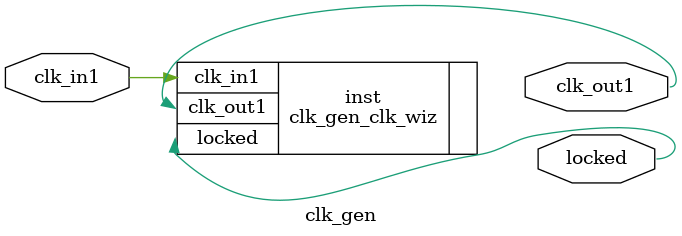
<source format=v>


`timescale 1ps/1ps

(* CORE_GENERATION_INFO = "clk_gen,clk_wiz_v6_0_14_0_0,{component_name=clk_gen,use_phase_alignment=true,use_min_o_jitter=false,use_max_i_jitter=false,use_dyn_phase_shift=false,use_inclk_switchover=false,use_dyn_reconfig=false,enable_axi=0,feedback_source=FDBK_AUTO,PRIMITIVE=MMCM,num_out_clk=1,clkin1_period=83.333,clkin2_period=10.0,use_power_down=false,use_reset=false,use_locked=true,use_inclk_stopped=false,feedback_type=SINGLE,CLOCK_MGR_TYPE=NA,manual_override=false}" *)

module clk_gen 
 (
  // Clock out ports
  output        clk_out1,
  // Status and control signals
  output        locked,
 // Clock in ports
  input         clk_in1
 );

  clk_gen_clk_wiz inst
  (
  // Clock out ports  
  .clk_out1(clk_out1),
  // Status and control signals               
  .locked(locked),
 // Clock in ports
  .clk_in1(clk_in1)
  );

endmodule

</source>
